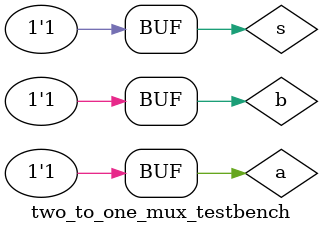
<source format=v>
module two_to_one_mux_testbench;
    reg a, b, s;
    wire y;

    two_to_one_mux m (a, b, s, y);

    initial begin
        $dumpfile("dump.vcd");
        $dumpvars(0, two_to_one_mux_testbench);
    end

    initial begin $monitor(a, b, s, y);
        s = 1'b0;
        a = 1'b0;
        b = 1'b0;
        #5
        a = 1'b0;
        b = 1'b1;
        #5
        a = 1'b1;
        b = 1'b0;
        #5
        a = 1'b1;
        b = 1'b1;
        #5
        s = 1'b1;
        a = 1'b0;
        b = 1'b0;
        #5
        a = 1'b0;
        b = 1'b1;
        #5
        a = 1'b1;
        b = 1'b0;
        #5
        a = 1'b1;
        b = 1'b1;
        #5
        ;
    end
endmodule

</source>
